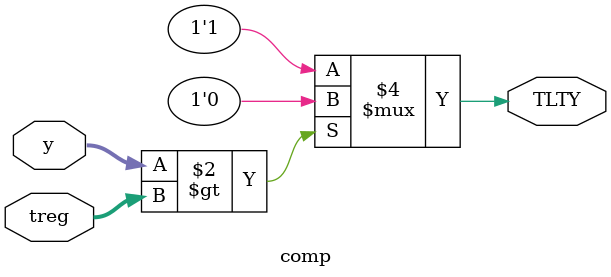
<source format=v>
`timescale 1ns/1ns
module comp(input [15:0]treg , input [7:0] y ,output reg TLTY);
   always@(y , treg ) begin
  if(y > treg)
   TLTY =0;
 else TLTY=1;
 end 
 endmodule
</source>
